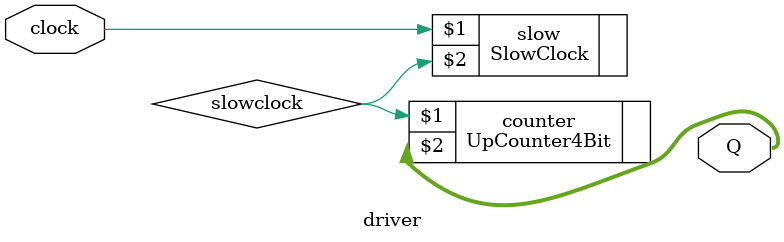
<source format=v>
`timescale 1ns / 1ps


module driver(clock,Q);
input clock;
output [3:0]Q;
wire slowclock;
SlowClock slow(clock,slowclock);
UpCounter4Bit counter(slowclock,Q);
endmodule

</source>
